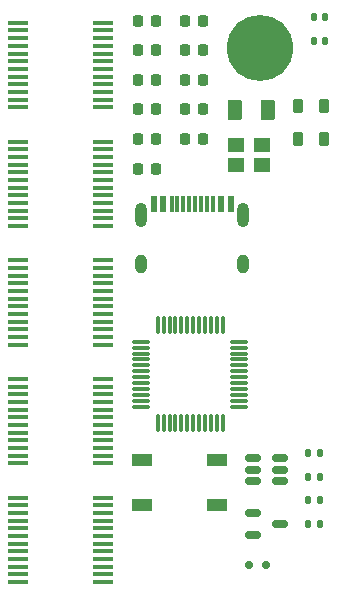
<source format=gbr>
%TF.GenerationSoftware,KiCad,Pcbnew,8.0.7*%
%TF.CreationDate,2024-12-29T17:24:51-05:00*%
%TF.ProjectId,HE75,48453735-2e6b-4696-9361-645f70636258,2.0.0*%
%TF.SameCoordinates,Original*%
%TF.FileFunction,Copper,L1,Top*%
%TF.FilePolarity,Positive*%
%FSLAX46Y46*%
G04 Gerber Fmt 4.6, Leading zero omitted, Abs format (unit mm)*
G04 Created by KiCad (PCBNEW 8.0.7) date 2024-12-29 17:24:51*
%MOMM*%
%LPD*%
G01*
G04 APERTURE LIST*
G04 Aperture macros list*
%AMRoundRect*
0 Rectangle with rounded corners*
0 $1 Rounding radius*
0 $2 $3 $4 $5 $6 $7 $8 $9 X,Y pos of 4 corners*
0 Add a 4 corners polygon primitive as box body*
4,1,4,$2,$3,$4,$5,$6,$7,$8,$9,$2,$3,0*
0 Add four circle primitives for the rounded corners*
1,1,$1+$1,$2,$3*
1,1,$1+$1,$4,$5*
1,1,$1+$1,$6,$7*
1,1,$1+$1,$8,$9*
0 Add four rect primitives between the rounded corners*
20,1,$1+$1,$2,$3,$4,$5,0*
20,1,$1+$1,$4,$5,$6,$7,0*
20,1,$1+$1,$6,$7,$8,$9,0*
20,1,$1+$1,$8,$9,$2,$3,0*%
G04 Aperture macros list end*
%TA.AperFunction,SMDPad,CuDef*%
%ADD10R,1.400000X1.200000*%
%TD*%
%TA.AperFunction,SMDPad,CuDef*%
%ADD11R,1.750000X0.450000*%
%TD*%
%TA.AperFunction,SMDPad,CuDef*%
%ADD12RoundRect,0.150000X-0.512500X-0.150000X0.512500X-0.150000X0.512500X0.150000X-0.512500X0.150000X0*%
%TD*%
%TA.AperFunction,SMDPad,CuDef*%
%ADD13RoundRect,0.075000X-0.662500X-0.075000X0.662500X-0.075000X0.662500X0.075000X-0.662500X0.075000X0*%
%TD*%
%TA.AperFunction,SMDPad,CuDef*%
%ADD14RoundRect,0.075000X-0.075000X-0.662500X0.075000X-0.662500X0.075000X0.662500X-0.075000X0.662500X0*%
%TD*%
%TA.AperFunction,SMDPad,CuDef*%
%ADD15R,1.700000X1.000000*%
%TD*%
%TA.AperFunction,SMDPad,CuDef*%
%ADD16RoundRect,0.135000X-0.135000X-0.185000X0.135000X-0.185000X0.135000X0.185000X-0.135000X0.185000X0*%
%TD*%
%TA.AperFunction,SMDPad,CuDef*%
%ADD17R,0.600000X1.450000*%
%TD*%
%TA.AperFunction,SMDPad,CuDef*%
%ADD18R,0.300000X1.450000*%
%TD*%
%TA.AperFunction,ComponentPad*%
%ADD19O,1.000000X2.100000*%
%TD*%
%TA.AperFunction,ComponentPad*%
%ADD20O,1.000000X1.600000*%
%TD*%
%TA.AperFunction,ComponentPad*%
%ADD21C,3.600000*%
%TD*%
%TA.AperFunction,ConnectorPad*%
%ADD22C,5.600000*%
%TD*%
%TA.AperFunction,SMDPad,CuDef*%
%ADD23RoundRect,0.218750X-0.218750X-0.381250X0.218750X-0.381250X0.218750X0.381250X-0.218750X0.381250X0*%
%TD*%
%TA.AperFunction,SMDPad,CuDef*%
%ADD24RoundRect,0.250000X-0.375000X-0.625000X0.375000X-0.625000X0.375000X0.625000X-0.375000X0.625000X0*%
%TD*%
%TA.AperFunction,SMDPad,CuDef*%
%ADD25RoundRect,0.150000X0.150000X0.200000X-0.150000X0.200000X-0.150000X-0.200000X0.150000X-0.200000X0*%
%TD*%
%TA.AperFunction,SMDPad,CuDef*%
%ADD26RoundRect,0.140000X-0.140000X-0.170000X0.140000X-0.170000X0.140000X0.170000X-0.140000X0.170000X0*%
%TD*%
%TA.AperFunction,SMDPad,CuDef*%
%ADD27RoundRect,0.225000X-0.225000X-0.250000X0.225000X-0.250000X0.225000X0.250000X-0.225000X0.250000X0*%
%TD*%
G04 APERTURE END LIST*
D10*
%TO.P,Y1,1,1*%
%TO.N,/OSC_IN*%
X158962446Y92554971D03*
%TO.P,Y1,2,2*%
%TO.N,GND*%
X161162446Y92554971D03*
%TO.P,Y1,3,3*%
%TO.N,/OSC_OUT*%
X161162446Y94254971D03*
%TO.P,Y1,4,4*%
%TO.N,GND*%
X158962446Y94254971D03*
%TD*%
D11*
%TO.P,U8,1,COM*%
%TO.N,/AM4*%
X140542446Y64419971D03*
%TO.P,U8,2,I7*%
%TO.N,/AM4:07*%
X140542446Y63769971D03*
%TO.P,U8,3,I6*%
%TO.N,/AM4:06*%
X140542446Y63119971D03*
%TO.P,U8,4,I5*%
%TO.N,/AM4:05*%
X140542446Y62469971D03*
%TO.P,U8,5,I4*%
%TO.N,/AM4:04*%
X140542446Y61819971D03*
%TO.P,U8,6,I3*%
%TO.N,/AM4:03*%
X140542446Y61169971D03*
%TO.P,U8,7,I2*%
%TO.N,/AM4:02*%
X140542446Y60519971D03*
%TO.P,U8,8,I1*%
%TO.N,/AM4:01*%
X140542446Y59869971D03*
%TO.P,U8,9,I0*%
%TO.N,/AM4:00*%
X140542446Y59219971D03*
%TO.P,U8,10,S0*%
%TO.N,/S0*%
X140542446Y58569971D03*
%TO.P,U8,11,S1*%
%TO.N,/S1*%
X140542446Y57919971D03*
%TO.P,U8,12,GND*%
%TO.N,GND*%
X140542446Y57269971D03*
%TO.P,U8,13,S3*%
%TO.N,/S3*%
X147742446Y57269971D03*
%TO.P,U8,14,S2*%
%TO.N,/S2*%
X147742446Y57919971D03*
%TO.P,U8,15,~{E}*%
%TO.N,GND*%
X147742446Y58569971D03*
%TO.P,U8,16,I15*%
%TO.N,/AM4:15*%
X147742446Y59219971D03*
%TO.P,U8,17,I14*%
%TO.N,/AM4:14*%
X147742446Y59869971D03*
%TO.P,U8,18,I13*%
%TO.N,/AM4:13*%
X147742446Y60519971D03*
%TO.P,U8,19,I12*%
%TO.N,/AM4:12*%
X147742446Y61169971D03*
%TO.P,U8,20,I11*%
%TO.N,/AM4:11*%
X147742446Y61819971D03*
%TO.P,U8,21,I10*%
%TO.N,/AM4:10*%
X147742446Y62469971D03*
%TO.P,U8,22,I9*%
%TO.N,/AM4:09*%
X147742446Y63119971D03*
%TO.P,U8,23,I8*%
%TO.N,/AM4:08*%
X147742446Y63769971D03*
%TO.P,U8,24,VCC*%
%TO.N,+3.3VA*%
X147742446Y64419971D03*
%TD*%
%TO.P,U7,1,COM*%
%TO.N,/AM3*%
X140542446Y74469971D03*
%TO.P,U7,2,I7*%
%TO.N,/AM3:07*%
X140542446Y73819971D03*
%TO.P,U7,3,I6*%
%TO.N,/AM3:06*%
X140542446Y73169971D03*
%TO.P,U7,4,I5*%
%TO.N,/AM3:05*%
X140542446Y72519971D03*
%TO.P,U7,5,I4*%
%TO.N,/AM3:04*%
X140542446Y71869971D03*
%TO.P,U7,6,I3*%
%TO.N,/AM3:03*%
X140542446Y71219971D03*
%TO.P,U7,7,I2*%
%TO.N,/AM3:02*%
X140542446Y70569971D03*
%TO.P,U7,8,I1*%
%TO.N,/AM3:01*%
X140542446Y69919971D03*
%TO.P,U7,9,I0*%
%TO.N,/AM3:00*%
X140542446Y69269971D03*
%TO.P,U7,10,S0*%
%TO.N,/S0*%
X140542446Y68619971D03*
%TO.P,U7,11,S1*%
%TO.N,/S1*%
X140542446Y67969971D03*
%TO.P,U7,12,GND*%
%TO.N,GND*%
X140542446Y67319971D03*
%TO.P,U7,13,S3*%
%TO.N,/S3*%
X147742446Y67319971D03*
%TO.P,U7,14,S2*%
%TO.N,/S2*%
X147742446Y67969971D03*
%TO.P,U7,15,~{E}*%
%TO.N,GND*%
X147742446Y68619971D03*
%TO.P,U7,16,I15*%
%TO.N,/AM3:15*%
X147742446Y69269971D03*
%TO.P,U7,17,I14*%
%TO.N,/AM3:14*%
X147742446Y69919971D03*
%TO.P,U7,18,I13*%
%TO.N,/AM3:13*%
X147742446Y70569971D03*
%TO.P,U7,19,I12*%
%TO.N,/AM3:12*%
X147742446Y71219971D03*
%TO.P,U7,20,I11*%
%TO.N,/AM3:11*%
X147742446Y71869971D03*
%TO.P,U7,21,I10*%
%TO.N,/AM3:10*%
X147742446Y72519971D03*
%TO.P,U7,22,I9*%
%TO.N,/AM3:09*%
X147742446Y73169971D03*
%TO.P,U7,23,I8*%
%TO.N,/AM3:08*%
X147742446Y73819971D03*
%TO.P,U7,24,VCC*%
%TO.N,+3.3VA*%
X147742446Y74469971D03*
%TD*%
%TO.P,U6,1,COM*%
%TO.N,/AM2*%
X140542446Y84519971D03*
%TO.P,U6,2,I7*%
%TO.N,/AM2:07*%
X140542446Y83869971D03*
%TO.P,U6,3,I6*%
%TO.N,/AM2:06*%
X140542446Y83219971D03*
%TO.P,U6,4,I5*%
%TO.N,/AM2:05*%
X140542446Y82569971D03*
%TO.P,U6,5,I4*%
%TO.N,/AM2:04*%
X140542446Y81919971D03*
%TO.P,U6,6,I3*%
%TO.N,/AM2:03*%
X140542446Y81269971D03*
%TO.P,U6,7,I2*%
%TO.N,/AM2:02*%
X140542446Y80619971D03*
%TO.P,U6,8,I1*%
%TO.N,/AM2:01*%
X140542446Y79969971D03*
%TO.P,U6,9,I0*%
%TO.N,/AM2:00*%
X140542446Y79319971D03*
%TO.P,U6,10,S0*%
%TO.N,/S0*%
X140542446Y78669971D03*
%TO.P,U6,11,S1*%
%TO.N,/S1*%
X140542446Y78019971D03*
%TO.P,U6,12,GND*%
%TO.N,GND*%
X140542446Y77369971D03*
%TO.P,U6,13,S3*%
%TO.N,/S3*%
X147742446Y77369971D03*
%TO.P,U6,14,S2*%
%TO.N,/S2*%
X147742446Y78019971D03*
%TO.P,U6,15,~{E}*%
%TO.N,GND*%
X147742446Y78669971D03*
%TO.P,U6,16,I15*%
%TO.N,/AM2:15*%
X147742446Y79319971D03*
%TO.P,U6,17,I14*%
%TO.N,/AM2:14*%
X147742446Y79969971D03*
%TO.P,U6,18,I13*%
%TO.N,/AM2:13*%
X147742446Y80619971D03*
%TO.P,U6,19,I12*%
%TO.N,/AM2:12*%
X147742446Y81269971D03*
%TO.P,U6,20,I11*%
%TO.N,/AM2:11*%
X147742446Y81919971D03*
%TO.P,U6,21,I10*%
%TO.N,/AM2:10*%
X147742446Y82569971D03*
%TO.P,U6,22,I9*%
%TO.N,/AM2:09*%
X147742446Y83219971D03*
%TO.P,U6,23,I8*%
%TO.N,/AM2:08*%
X147742446Y83869971D03*
%TO.P,U6,24,VCC*%
%TO.N,+3.3VA*%
X147742446Y84519971D03*
%TD*%
%TO.P,U5,1,COM*%
%TO.N,/AM1*%
X140542446Y94569971D03*
%TO.P,U5,2,I7*%
%TO.N,/AM1:07*%
X140542446Y93919971D03*
%TO.P,U5,3,I6*%
%TO.N,/AM1:06*%
X140542446Y93269971D03*
%TO.P,U5,4,I5*%
%TO.N,/AM1:05*%
X140542446Y92619971D03*
%TO.P,U5,5,I4*%
%TO.N,/AM1:04*%
X140542446Y91969971D03*
%TO.P,U5,6,I3*%
%TO.N,/AM1:03*%
X140542446Y91319971D03*
%TO.P,U5,7,I2*%
%TO.N,/AM1:02*%
X140542446Y90669971D03*
%TO.P,U5,8,I1*%
%TO.N,/AM1:01*%
X140542446Y90019971D03*
%TO.P,U5,9,I0*%
%TO.N,/AM1:00*%
X140542446Y89369971D03*
%TO.P,U5,10,S0*%
%TO.N,/S0*%
X140542446Y88719971D03*
%TO.P,U5,11,S1*%
%TO.N,/S1*%
X140542446Y88069971D03*
%TO.P,U5,12,GND*%
%TO.N,GND*%
X140542446Y87419971D03*
%TO.P,U5,13,S3*%
%TO.N,/S3*%
X147742446Y87419971D03*
%TO.P,U5,14,S2*%
%TO.N,/S2*%
X147742446Y88069971D03*
%TO.P,U5,15,~{E}*%
%TO.N,GND*%
X147742446Y88719971D03*
%TO.P,U5,16,I15*%
%TO.N,/AM1:15*%
X147742446Y89369971D03*
%TO.P,U5,17,I14*%
%TO.N,/AM1:14*%
X147742446Y90019971D03*
%TO.P,U5,18,I13*%
%TO.N,/AM1:13*%
X147742446Y90669971D03*
%TO.P,U5,19,I12*%
%TO.N,/AM1:12*%
X147742446Y91319971D03*
%TO.P,U5,20,I11*%
%TO.N,/AM1:11*%
X147742446Y91969971D03*
%TO.P,U5,21,I10*%
%TO.N,/AM1:10*%
X147742446Y92619971D03*
%TO.P,U5,22,I9*%
%TO.N,/AM1:09*%
X147742446Y93269971D03*
%TO.P,U5,23,I8*%
%TO.N,/AM1:08*%
X147742446Y93919971D03*
%TO.P,U5,24,VCC*%
%TO.N,+3.3VA*%
X147742446Y94569971D03*
%TD*%
%TO.P,U4,1,COM*%
%TO.N,/AM0*%
X140542446Y104619971D03*
%TO.P,U4,2,I7*%
%TO.N,/AM0:07*%
X140542446Y103969971D03*
%TO.P,U4,3,I6*%
%TO.N,/AM0:06*%
X140542446Y103319971D03*
%TO.P,U4,4,I5*%
%TO.N,/AM0:05*%
X140542446Y102669971D03*
%TO.P,U4,5,I4*%
%TO.N,/AM0:04*%
X140542446Y102019971D03*
%TO.P,U4,6,I3*%
%TO.N,/AM0:03*%
X140542446Y101369971D03*
%TO.P,U4,7,I2*%
%TO.N,/AM0:02*%
X140542446Y100719971D03*
%TO.P,U4,8,I1*%
%TO.N,/AM0:01*%
X140542446Y100069971D03*
%TO.P,U4,9,I0*%
%TO.N,/AM0:00*%
X140542446Y99419971D03*
%TO.P,U4,10,S0*%
%TO.N,/S0*%
X140542446Y98769971D03*
%TO.P,U4,11,S1*%
%TO.N,/S1*%
X140542446Y98119971D03*
%TO.P,U4,12,GND*%
%TO.N,GND*%
X140542446Y97469971D03*
%TO.P,U4,13,S3*%
%TO.N,/S3*%
X147742446Y97469971D03*
%TO.P,U4,14,S2*%
%TO.N,/S2*%
X147742446Y98119971D03*
%TO.P,U4,15,~{E}*%
%TO.N,GND*%
X147742446Y98769971D03*
%TO.P,U4,16,I15*%
%TO.N,/AM0:15*%
X147742446Y99419971D03*
%TO.P,U4,17,I14*%
%TO.N,/AM0:14*%
X147742446Y100069971D03*
%TO.P,U4,18,I13*%
%TO.N,/AM0:13*%
X147742446Y100719971D03*
%TO.P,U4,19,I12*%
%TO.N,/AM0:12*%
X147742446Y101369971D03*
%TO.P,U4,20,I11*%
%TO.N,/AM0:11*%
X147742446Y102019971D03*
%TO.P,U4,21,I10*%
%TO.N,/AM0:10*%
X147742446Y102669971D03*
%TO.P,U4,22,I9*%
%TO.N,/AM0:09*%
X147742446Y103319971D03*
%TO.P,U4,23,I8*%
%TO.N,/AM0:08*%
X147742446Y103969971D03*
%TO.P,U4,24,VCC*%
%TO.N,+3.3VA*%
X147742446Y104619971D03*
%TD*%
D12*
%TO.P,U3,1,GND*%
%TO.N,GND*%
X160404946Y63114971D03*
%TO.P,U3,2,VO*%
%TO.N,+3.3V*%
X160404946Y61214971D03*
%TO.P,U3,3,VI*%
%TO.N,+5V*%
X162679946Y62164971D03*
%TD*%
%TO.P,U2,1,I/O1*%
%TO.N,/MCU_D+*%
X160404946Y67739971D03*
%TO.P,U2,2,GND*%
%TO.N,GND*%
X160404946Y66789971D03*
%TO.P,U2,3,I/O2*%
%TO.N,/MCU_D-*%
X160404946Y65839971D03*
%TO.P,U2,4,I/O2*%
%TO.N,/USB_D-*%
X162679946Y65839971D03*
%TO.P,U2,5,VBUS*%
%TO.N,VBUS*%
X162679946Y66789971D03*
%TO.P,U2,6,I/O1*%
%TO.N,/USB_D+*%
X162679946Y67739971D03*
%TD*%
D13*
%TO.P,U1,1,VBAT*%
%TO.N,+3.3V*%
X150929946Y77614971D03*
%TO.P,U1,2,PC13*%
%TO.N,/C13*%
X150929946Y77114971D03*
%TO.P,U1,3,PC14*%
%TO.N,/C14*%
X150929946Y76614971D03*
%TO.P,U1,4,PC15*%
%TO.N,/C15*%
X150929946Y76114971D03*
%TO.P,U1,5,PF0*%
%TO.N,/OSC_IN*%
X150929946Y75614971D03*
%TO.P,U1,6,PF1*%
%TO.N,/OSC_OUT*%
X150929946Y75114971D03*
%TO.P,U1,7,NRST*%
%TO.N,/NRST*%
X150929946Y74614971D03*
%TO.P,U1,8,VSSA*%
%TO.N,GND*%
X150929946Y74114971D03*
%TO.P,U1,9,VDDA*%
%TO.N,+3.3VA*%
X150929946Y73614971D03*
%TO.P,U1,10,PA0*%
%TO.N,/A00*%
X150929946Y73114971D03*
%TO.P,U1,11,PA1*%
%TO.N,/A01*%
X150929946Y72614971D03*
%TO.P,U1,12,PA2*%
%TO.N,/A02*%
X150929946Y72114971D03*
D14*
%TO.P,U1,13,PA3*%
%TO.N,/A03*%
X152342446Y70702471D03*
%TO.P,U1,14,PA4*%
%TO.N,/A04*%
X152842446Y70702471D03*
%TO.P,U1,15,PA5*%
%TO.N,/A05*%
X153342446Y70702471D03*
%TO.P,U1,16,PA6*%
%TO.N,/A06*%
X153842446Y70702471D03*
%TO.P,U1,17,PA7*%
%TO.N,/A07*%
X154342446Y70702471D03*
%TO.P,U1,18,PB0*%
%TO.N,/B00*%
X154842446Y70702471D03*
%TO.P,U1,19,PB1*%
%TO.N,/S2*%
X155342446Y70702471D03*
%TO.P,U1,20,PB2*%
%TO.N,/S3*%
X155842446Y70702471D03*
%TO.P,U1,21,PB10*%
%TO.N,/S1*%
X156342446Y70702471D03*
%TO.P,U1,22,PB11*%
%TO.N,/S0*%
X156842446Y70702471D03*
%TO.P,U1,23,VSS*%
%TO.N,GND*%
X157342446Y70702471D03*
%TO.P,U1,24,VDD*%
%TO.N,+3.3V*%
X157842446Y70702471D03*
D13*
%TO.P,U1,25,PB12*%
%TO.N,/B12*%
X159254946Y72114971D03*
%TO.P,U1,26,PB13*%
%TO.N,/B13*%
X159254946Y72614971D03*
%TO.P,U1,27,PB14*%
%TO.N,/B14*%
X159254946Y73114971D03*
%TO.P,U1,28,PB15*%
%TO.N,/B15*%
X159254946Y73614971D03*
%TO.P,U1,29,PA8*%
%TO.N,/A08*%
X159254946Y74114971D03*
%TO.P,U1,30,PA9*%
%TO.N,/A09*%
X159254946Y74614971D03*
%TO.P,U1,31,PA10*%
%TO.N,/A10*%
X159254946Y75114971D03*
%TO.P,U1,32,PA11*%
%TO.N,/MCU_D-*%
X159254946Y75614971D03*
%TO.P,U1,33,PA12*%
%TO.N,/MCU_D+*%
X159254946Y76114971D03*
%TO.P,U1,34,PA13*%
%TO.N,/A13*%
X159254946Y76614971D03*
%TO.P,U1,35,VSS*%
%TO.N,GND*%
X159254946Y77114971D03*
%TO.P,U1,36,VDD*%
%TO.N,+3.3V*%
X159254946Y77614971D03*
D14*
%TO.P,U1,37,PA14*%
%TO.N,/A14*%
X157842446Y79027471D03*
%TO.P,U1,38,PA15*%
%TO.N,/A15*%
X157342446Y79027471D03*
%TO.P,U1,39,PB3*%
%TO.N,/B03*%
X156842446Y79027471D03*
%TO.P,U1,40,PB4*%
%TO.N,/B04*%
X156342446Y79027471D03*
%TO.P,U1,41,PB5*%
%TO.N,/B05*%
X155842446Y79027471D03*
%TO.P,U1,42,PB6*%
%TO.N,/B06*%
X155342446Y79027471D03*
%TO.P,U1,43,PB7*%
%TO.N,/B07*%
X154842446Y79027471D03*
%TO.P,U1,44,BOOT0*%
%TO.N,/BOOT0*%
X154342446Y79027471D03*
%TO.P,U1,45,PB8*%
%TO.N,/B08*%
X153842446Y79027471D03*
%TO.P,U1,46,PB9*%
%TO.N,/B09*%
X153342446Y79027471D03*
%TO.P,U1,47,VSS*%
%TO.N,GND*%
X152842446Y79027471D03*
%TO.P,U1,48,VDD*%
%TO.N,+3.3V*%
X152342446Y79027471D03*
%TD*%
D15*
%TO.P,SW1,1,1*%
%TO.N,+3.3V*%
X151042446Y67564971D03*
X157342446Y67564971D03*
%TO.P,SW1,2,2*%
%TO.N,/BOOT0*%
X151042446Y63764971D03*
X157342446Y63764971D03*
%TD*%
D16*
%TO.P,R4,1*%
%TO.N,/USB_D+*%
X165062446Y62224971D03*
%TO.P,R4,2*%
%TO.N,+3.3V*%
X166082446Y62224971D03*
%TD*%
%TO.P,R3,1*%
%TO.N,Net-(J1-CC2)*%
X165062446Y64214971D03*
%TO.P,R3,2*%
%TO.N,GND*%
X166082446Y64214971D03*
%TD*%
%TO.P,R2,1*%
%TO.N,Net-(J1-CC1)*%
X165062446Y66204971D03*
%TO.P,R2,2*%
%TO.N,GND*%
X166082446Y66204971D03*
%TD*%
%TO.P,R1,1*%
%TO.N,GND*%
X165062446Y68194971D03*
%TO.P,R1,2*%
%TO.N,/BOOT0*%
X166082446Y68194971D03*
%TD*%
D17*
%TO.P,J1,A1,GND*%
%TO.N,GND*%
X152012446Y89259971D03*
%TO.P,J1,A4,VBUS*%
%TO.N,VBUS*%
X152812446Y89259971D03*
D18*
%TO.P,J1,A5,CC1*%
%TO.N,Net-(J1-CC1)*%
X154012446Y89259971D03*
%TO.P,J1,A6,D+*%
%TO.N,/USB_D+*%
X155012446Y89259971D03*
%TO.P,J1,A7,D-*%
%TO.N,/USB_D-*%
X155512446Y89259971D03*
%TO.P,J1,A8,SBU1*%
%TO.N,unconnected-(J1-SBU1-PadA8)*%
X156512446Y89259971D03*
D17*
%TO.P,J1,A9,VBUS*%
%TO.N,VBUS*%
X157712446Y89259971D03*
%TO.P,J1,A12,GND*%
%TO.N,GND*%
X158512446Y89259971D03*
%TO.P,J1,B1,GND*%
X158512446Y89259971D03*
%TO.P,J1,B4,VBUS*%
%TO.N,VBUS*%
X157712446Y89259971D03*
D18*
%TO.P,J1,B5,CC2*%
%TO.N,Net-(J1-CC2)*%
X157012446Y89259971D03*
%TO.P,J1,B6,D+*%
%TO.N,/USB_D+*%
X156012446Y89259971D03*
%TO.P,J1,B7,D-*%
%TO.N,/USB_D-*%
X154512446Y89259971D03*
%TO.P,J1,B8,SBU2*%
%TO.N,unconnected-(J1-SBU2-PadB8)*%
X153512446Y89259971D03*
D17*
%TO.P,J1,B9,VBUS*%
%TO.N,VBUS*%
X152812446Y89259971D03*
%TO.P,J1,B12,GND*%
%TO.N,GND*%
X152012446Y89259971D03*
D19*
%TO.P,J1,S1,SHIELD*%
%TO.N,GNDPWR*%
X150942446Y88344971D03*
D20*
X150942446Y84164971D03*
D19*
X159582446Y88344971D03*
D20*
X159582446Y84164971D03*
%TD*%
D21*
%TO.P,H1,1,1*%
%TO.N,GNDPWR*%
X161012446Y102494971D03*
D22*
X161012446Y102494971D03*
%TD*%
D23*
%TO.P,FB2,1*%
%TO.N,GND*%
X164259946Y94794971D03*
%TO.P,FB2,2*%
%TO.N,GNDPWR*%
X166384946Y94794971D03*
%TD*%
%TO.P,FB1,1*%
%TO.N,+3.3V*%
X164259946Y97544971D03*
%TO.P,FB1,2*%
%TO.N,+3.3VA*%
X166384946Y97544971D03*
%TD*%
D24*
%TO.P,F1,1*%
%TO.N,VBUS*%
X158842446Y97274971D03*
%TO.P,F1,2*%
%TO.N,+5V*%
X161642446Y97274971D03*
%TD*%
D25*
%TO.P,D1,1,A1*%
%TO.N,VBUS*%
X160087446Y58714971D03*
%TO.P,D1,2,A2*%
%TO.N,GND*%
X161487446Y58714971D03*
%TD*%
D26*
%TO.P,C13,1*%
%TO.N,GND*%
X165542446Y103114971D03*
%TO.P,C13,2*%
%TO.N,/OSC_OUT*%
X166502446Y103114971D03*
%TD*%
%TO.P,C12,1*%
%TO.N,GND*%
X165542446Y105084971D03*
%TO.P,C12,2*%
%TO.N,/OSC_IN*%
X166502446Y105084971D03*
%TD*%
D27*
%TO.P,C11,1*%
%TO.N,GND*%
X154657446Y94774971D03*
%TO.P,C11,2*%
%TO.N,+3.3V*%
X156207446Y94774971D03*
%TD*%
%TO.P,C10,1*%
%TO.N,GND*%
X154657446Y97284971D03*
%TO.P,C10,2*%
%TO.N,+3.3V*%
X156207446Y97284971D03*
%TD*%
%TO.P,C9,1*%
%TO.N,GND*%
X154657446Y99794971D03*
%TO.P,C9,2*%
%TO.N,+3.3V*%
X156207446Y99794971D03*
%TD*%
%TO.P,C8,1*%
%TO.N,GND*%
X154657446Y102304971D03*
%TO.P,C8,2*%
%TO.N,+5V*%
X156207446Y102304971D03*
%TD*%
%TO.P,C7,1*%
%TO.N,GND*%
X154657446Y104814971D03*
%TO.P,C7,2*%
%TO.N,+3.3V*%
X156207446Y104814971D03*
%TD*%
%TO.P,C6,1*%
%TO.N,GND*%
X150647446Y92264971D03*
%TO.P,C6,2*%
%TO.N,+3.3V*%
X152197446Y92264971D03*
%TD*%
%TO.P,C5,1*%
%TO.N,GND*%
X150647446Y94774971D03*
%TO.P,C5,2*%
%TO.N,+3.3V*%
X152197446Y94774971D03*
%TD*%
%TO.P,C4,1*%
%TO.N,GND*%
X150647446Y97284971D03*
%TO.P,C4,2*%
%TO.N,+3.3V*%
X152197446Y97284971D03*
%TD*%
%TO.P,C3,1*%
%TO.N,GND*%
X150647446Y99794971D03*
%TO.P,C3,2*%
%TO.N,+3.3VA*%
X152197446Y99794971D03*
%TD*%
%TO.P,C2,1*%
%TO.N,GND*%
X150647446Y102304971D03*
%TO.P,C2,2*%
%TO.N,+3.3VA*%
X152197446Y102304971D03*
%TD*%
%TO.P,C1,1*%
%TO.N,/NRST*%
X150647446Y104814971D03*
%TO.P,C1,2*%
%TO.N,GND*%
X152197446Y104814971D03*
%TD*%
M02*

</source>
